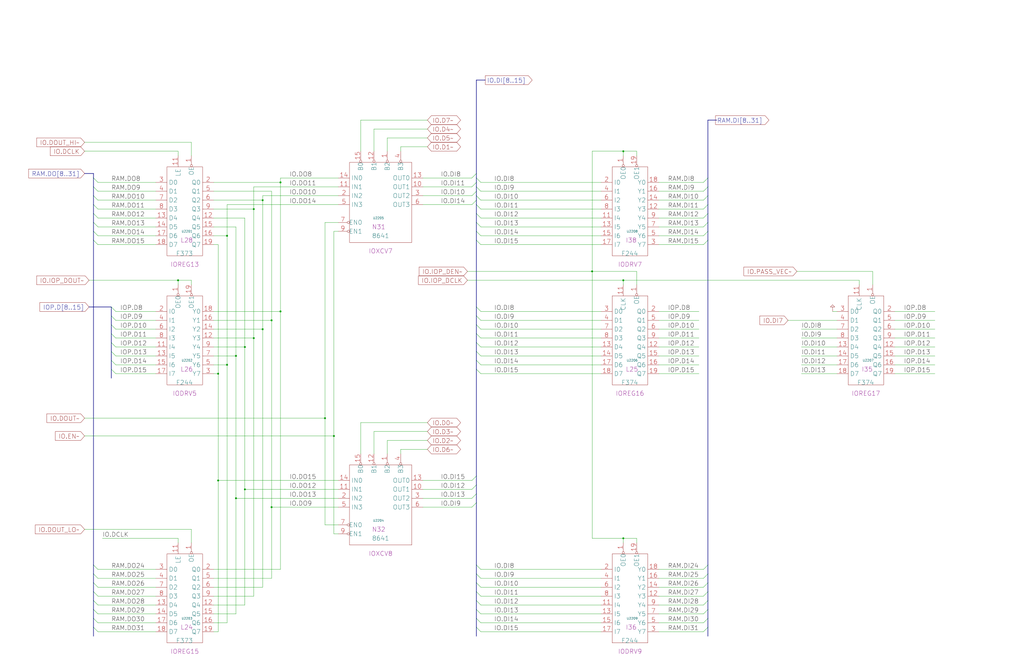
<source format=kicad_sch>
(kicad_sch (version 20230121) (generator eeschema)
  (paper "User" 584.2 378.46)
  (title_block (title "IO BUS\\nLSB DATA PATHS") (date "22-SEP-90") (rev "2.0") (comment 1 "IOC") (comment 2 "232-003061") (comment 3 "S400") (comment 4 "RELEASED"))
  (lib_symbols
    (symbol "r1000:8641" (pin_names (offset 1.016))
      (property "Reference" "U" (at 2.54 5.08 0))
      (property "Value" "8641" (at -1.27 -5.08 0))
      (property "Location" "___" (at -1.27 0 0))
      (property "Name" "______" (at 3.81 -15.24 0))
      (symbol "8641_1_1"
        (circle (center -14.605 -2.54) (radius 0.635))
        (circle (center -14.605 2.54) (radius 0.635))
        (rectangle (start -13.97 36.83) (end 21.59 -8.89))
        (circle (center -7.62 37.465) (radius 0.635))
        (circle (center 0 37.465) (radius 0.635))
        (circle (center 7.62 37.465) (radius 0.635))
        (circle (center 15.24 37.465) (radius 0.635))
        (pin bidirectional line (at 7.62 43.18 270) (length 5.08) (name "B2") (number "1"))
        (pin output line (at 27.94 22.86 180) (length 6.35) (name "OUT1") (number "10"))
        (pin input line (at -20.32 22.86 0) (length 6.35) (name "IN1") (number "11"))
        (pin bidirectional line (at 0 43.18 270) (length 5.08) (name "B1") (number "12"))
        (pin output line (at 27.94 27.94 180) (length 6.35) (name "OUT0") (number "13"))
        (pin input line (at -20.32 27.94 0) (length 6.35) (name "IN0") (number "14"))
        (pin bidirectional line (at -7.62 43.18 270) (length 5.08) (name "B0") (number "15"))
        (pin input line (at -20.32 17.78 0) (length 6.35) (name "IN2") (number "2"))
        (pin output line (at 27.94 17.78 180) (length 6.35) (name "OUT2") (number "3"))
        (pin bidirectional line (at 15.24 43.18 270) (length 5.08) (name "B3") (number "4"))
        (pin input line (at -20.32 12.7 0) (length 6.35) (name "IN3") (number "5"))
        (pin output line (at 27.94 12.7 180) (length 6.35) (name "OUT3") (number "6"))
        (pin input line (at -20.32 2.54 0) (length 5.08) (name "EN0") (number "7"))
        (pin input line (at -20.32 -2.54 0) (length 5.08) (name "EN1") (number "9"))
      )
    )
    (symbol "r1000:F244" (pin_names (offset 1.016))
      (property "Reference" "U" (at 2.54 5.08 0))
      (property "Value" "F244" (at -3.81 -7.62 0))
      (property "Location" "___" (at -1.27 0 0))
      (property "Name" "______" (at 1.27 -15.24 0))
      (symbol "F244_1_1"
        (rectangle (start -8.89 41.91) (end 11.43 -8.89))
        (circle (center -2.54 42.545) (radius 0.635))
        (circle (center 5.08 42.545) (radius 0.635))
        (pin input line (at -2.54 48.26 270) (length 5.08) (name "OE0") (number "1"))
        (pin input line (at -15.24 12.7 0) (length 6.35) (name "I4") (number "11"))
        (pin tri_state line (at 17.78 17.78 180) (length 6.35) (name "Y3") (number "12"))
        (pin input line (at -15.24 7.62 0) (length 6.35) (name "I5") (number "13"))
        (pin tri_state line (at 17.78 22.86 180) (length 6.35) (name "Y2") (number "14"))
        (pin input line (at -15.24 2.54 0) (length 6.35) (name "I6") (number "15"))
        (pin tri_state line (at 17.78 27.94 180) (length 6.35) (name "Y1") (number "16"))
        (pin input line (at -15.24 -2.54 0) (length 6.35) (name "I7") (number "17"))
        (pin tri_state line (at 17.78 33.02 180) (length 6.35) (name "Y0") (number "18"))
        (pin input line (at 5.08 48.26 270) (length 5.08) (name "OE1") (number "19"))
        (pin input line (at -15.24 33.02 0) (length 6.35) (name "I0") (number "2"))
        (pin tri_state line (at 17.78 -2.54 180) (length 6.35) (name "Y7") (number "3"))
        (pin input line (at -15.24 27.94 0) (length 6.35) (name "I1") (number "4"))
        (pin tri_state line (at 17.78 2.54 180) (length 6.35) (name "Y6") (number "5"))
        (pin input line (at -15.24 22.86 0) (length 6.35) (name "I2") (number "6"))
        (pin tri_state line (at 17.78 7.62 180) (length 6.35) (name "Y5") (number "7"))
        (pin input line (at -15.24 17.78 0) (length 6.35) (name "I3") (number "8"))
        (pin tri_state line (at 17.78 12.7 180) (length 6.35) (name "Y4") (number "9"))
      )
    )
    (symbol "r1000:F373" (pin_names (offset 1.016))
      (property "Reference" "U" (at 2.54 5.08 0))
      (property "Value" "F373" (at -3.81 -7.62 0))
      (property "Location" "___" (at -1.27 0 0))
      (property "Name" "______" (at 1.27 -15.24 0))
      (symbol "F373_1_1"
        (rectangle (start -8.89 41.91) (end 11.43 -8.89))
        (circle (center 5.08 42.545) (radius 0.635))
        (pin input line (at 5.08 48.26 270) (length 5.08) (name "OE") (number "1"))
        (pin input line (at -2.54 48.26 270) (length 6.35) (name "LE") (number "11"))
        (pin tri_state line (at 17.78 12.7 180) (length 6.35) (name "Q4") (number "12"))
        (pin input line (at -15.24 12.7 0) (length 6.35) (name "D4") (number "13"))
        (pin input line (at -15.24 7.62 0) (length 6.35) (name "D5") (number "14"))
        (pin tri_state line (at 17.78 7.62 180) (length 6.35) (name "Q5") (number "15"))
        (pin tri_state line (at 17.78 2.54 180) (length 6.35) (name "Q6") (number "16"))
        (pin input line (at -15.24 2.54 0) (length 6.35) (name "D6") (number "17"))
        (pin input line (at -15.24 -2.54 0) (length 6.35) (name "D7") (number "18"))
        (pin tri_state line (at 17.78 -2.54 180) (length 6.35) (name "Q7") (number "19"))
        (pin tri_state line (at 17.78 33.02 180) (length 6.35) (name "Q0") (number "2"))
        (pin input line (at -15.24 33.02 0) (length 6.35) (name "D0") (number "3"))
        (pin input line (at -15.24 27.94 0) (length 6.35) (name "D1") (number "4"))
        (pin tri_state line (at 17.78 27.94 180) (length 6.35) (name "Q1") (number "5"))
        (pin tri_state line (at 17.78 22.86 180) (length 6.35) (name "Q2") (number "6"))
        (pin input line (at -15.24 22.86 0) (length 6.35) (name "D2") (number "7"))
        (pin input line (at -15.24 17.78 0) (length 6.35) (name "D3") (number "8"))
        (pin tri_state line (at 17.78 17.78 180) (length 6.35) (name "Q3") (number "9"))
      )
    )
    (symbol "r1000:F374" (pin_names (offset 1.016))
      (property "Reference" "U" (at 2.54 5.08 0))
      (property "Value" "F374" (at -3.81 -7.62 0))
      (property "Location" "___" (at -1.27 0 0))
      (property "Name" "______" (at 1.27 -15.24 0))
      (symbol "F374_1_1"
        (rectangle (start -8.89 41.91) (end 11.43 -8.89))
        (circle (center 5.08 42.545) (radius 0.635))
        (pin input line (at 5.08 48.26 270) (length 5.08) (name "OE") (number "1"))
        (pin input line (at -2.54 48.26 270) (length 6.35) (name "CLK") (number "11"))
        (pin tri_state line (at 17.78 12.7 180) (length 6.35) (name "Q4") (number "12"))
        (pin input line (at -15.24 12.7 0) (length 6.35) (name "D4") (number "13"))
        (pin input line (at -15.24 7.62 0) (length 6.35) (name "D5") (number "14"))
        (pin tri_state line (at 17.78 7.62 180) (length 6.35) (name "Q5") (number "15"))
        (pin tri_state line (at 17.78 2.54 180) (length 6.35) (name "Q6") (number "16"))
        (pin input line (at -15.24 2.54 0) (length 6.35) (name "D6") (number "17"))
        (pin input line (at -15.24 -2.54 0) (length 6.35) (name "D7") (number "18"))
        (pin tri_state line (at 17.78 -2.54 180) (length 6.35) (name "Q7") (number "19"))
        (pin tri_state line (at 17.78 33.02 180) (length 6.35) (name "Q0") (number "2"))
        (pin input line (at -15.24 33.02 0) (length 6.35) (name "D0") (number "3"))
        (pin input line (at -15.24 27.94 0) (length 6.35) (name "D1") (number "4"))
        (pin tri_state line (at 17.78 27.94 180) (length 6.35) (name "Q1") (number "5"))
        (pin tri_state line (at 17.78 22.86 180) (length 6.35) (name "Q2") (number "6"))
        (pin input line (at -15.24 22.86 0) (length 6.35) (name "D2") (number "7"))
        (pin input line (at -15.24 17.78 0) (length 6.35) (name "D3") (number "8"))
        (pin tri_state line (at 17.78 17.78 180) (length 6.35) (name "Q3") (number "9"))
      )
    )
    (symbol "r1000:PU" (power) (pin_numbers hide) (pin_names hide)
      (symbol "PU_0_1"
        (polyline (pts (xy 0 2.54) (xy -1.27 2.54) (xy 0 3.81) (xy 1.27 2.54) (xy 0 2.54)) (stroke (width 0.1524)))
      )
      (symbol "PU_1_1"
        (pin power_in line (at 0 0 90) (length 2.54) (name "PU") (number "1"))
      )
    )
  )
  (junction (at 160.02 177.8))
  (junction (at 154.94 182.88))
  (junction (at 144.78 119.38))
  (junction (at 139.7 198.12))
  (junction (at 134.62 284.48))
  (junction (at 160.02 104.14))
  (junction (at 101.6 160.02))
  (junction (at 154.94 289.56))
  (junction (at 149.86 114.3))
  (junction (at 355.6 86.36))
  (junction (at 355.6 160.02))
  (junction (at 144.78 193.04))
  (junction (at 337.82 154.94))
  (junction (at 190.5 248.92))
  (junction (at 129.54 208.28))
  (junction (at 185.42 238.76))
  (junction (at 139.7 279.4))
  (junction (at 134.62 203.2))
  (junction (at 149.86 187.96))
  (junction (at 124.46 213.36))
  (junction (at 124.46 274.32))
  (junction (at 355.6 307.34))
  (junction (at 129.54 134.62))
  (bus_entry (at 53.34 121.92) (size 2.54 2.54))
  (bus_entry (at 53.34 353.06) (size 2.54 2.54))
  (bus_entry (at 271.78 114.3) (size -2.54 2.54))
  (bus_entry (at 403.86 332.74) (size -2.54 2.54))
  (bus_entry (at 53.34 347.98) (size 2.54 2.54))
  (bus_entry (at 271.78 104.14) (size -2.54 2.54))
  (bus_entry (at 271.78 106.68) (size 2.54 2.54))
  (bus_entry (at 403.86 358.14) (size -2.54 2.54))
  (bus_entry (at 403.86 127) (size -2.54 2.54))
  (bus_entry (at 403.86 342.9) (size -2.54 2.54))
  (bus_entry (at 271.78 342.9) (size 2.54 2.54))
  (bus_entry (at 271.78 353.06) (size 2.54 2.54))
  (bus_entry (at 53.34 127) (size 2.54 2.54))
  (bus_entry (at 271.78 190.5) (size 2.54 2.54))
  (bus_entry (at 63.5 210.82) (size 2.54 2.54))
  (bus_entry (at 271.78 347.98) (size 2.54 2.54))
  (bus_entry (at 271.78 175.26) (size 2.54 2.54))
  (bus_entry (at 271.78 127) (size 2.54 2.54))
  (bus_entry (at 63.5 185.42) (size 2.54 2.54))
  (bus_entry (at 53.34 101.6) (size 2.54 2.54))
  (bus_entry (at 403.86 347.98) (size -2.54 2.54))
  (bus_entry (at 53.34 137.16) (size 2.54 2.54))
  (bus_entry (at 271.78 185.42) (size 2.54 2.54))
  (bus_entry (at 53.34 111.76) (size 2.54 2.54))
  (bus_entry (at 53.34 327.66) (size 2.54 2.54))
  (bus_entry (at 63.5 195.58) (size 2.54 2.54))
  (bus_entry (at 271.78 116.84) (size 2.54 2.54))
  (bus_entry (at 403.86 106.68) (size -2.54 2.54))
  (bus_entry (at 271.78 287.02) (size -2.54 2.54))
  (bus_entry (at 63.5 200.66) (size 2.54 2.54))
  (bus_entry (at 271.78 337.82) (size 2.54 2.54))
  (bus_entry (at 271.78 332.74) (size 2.54 2.54))
  (bus_entry (at 53.34 132.08) (size 2.54 2.54))
  (bus_entry (at 403.86 327.66) (size -2.54 2.54))
  (bus_entry (at 63.5 205.74) (size 2.54 2.54))
  (bus_entry (at 403.86 111.76) (size -2.54 2.54))
  (bus_entry (at 403.86 337.82) (size -2.54 2.54))
  (bus_entry (at 271.78 200.66) (size 2.54 2.54))
  (bus_entry (at 271.78 205.74) (size 2.54 2.54))
  (bus_entry (at 53.34 332.74) (size 2.54 2.54))
  (bus_entry (at 271.78 121.92) (size 2.54 2.54))
  (bus_entry (at 271.78 99.06) (size -2.54 2.54))
  (bus_entry (at 271.78 271.78) (size -2.54 2.54))
  (bus_entry (at 271.78 322.58) (size 2.54 2.54))
  (bus_entry (at 271.78 210.82) (size 2.54 2.54))
  (bus_entry (at 271.78 132.08) (size 2.54 2.54))
  (bus_entry (at 403.86 322.58) (size -2.54 2.54))
  (bus_entry (at 63.5 190.5) (size 2.54 2.54))
  (bus_entry (at 271.78 358.14) (size 2.54 2.54))
  (bus_entry (at 63.5 180.34) (size 2.54 2.54))
  (bus_entry (at 271.78 109.22) (size -2.54 2.54))
  (bus_entry (at 403.86 137.16) (size -2.54 2.54))
  (bus_entry (at 271.78 276.86) (size -2.54 2.54))
  (bus_entry (at 53.34 116.84) (size 2.54 2.54))
  (bus_entry (at 271.78 195.58) (size 2.54 2.54))
  (bus_entry (at 271.78 327.66) (size 2.54 2.54))
  (bus_entry (at 403.86 116.84) (size -2.54 2.54))
  (bus_entry (at 271.78 281.94) (size -2.54 2.54))
  (bus_entry (at 53.34 322.58) (size 2.54 2.54))
  (bus_entry (at 53.34 337.82) (size 2.54 2.54))
  (bus_entry (at 403.86 101.6) (size -2.54 2.54))
  (bus_entry (at 271.78 180.34) (size 2.54 2.54))
  (bus_entry (at 271.78 137.16) (size 2.54 2.54))
  (bus_entry (at 53.34 106.68) (size 2.54 2.54))
  (bus_entry (at 271.78 101.6) (size 2.54 2.54))
  (bus_entry (at 63.5 175.26) (size 2.54 2.54))
  (bus_entry (at 403.86 132.08) (size -2.54 2.54))
  (bus_entry (at 403.86 353.06) (size -2.54 2.54))
  (bus_entry (at 53.34 342.9) (size 2.54 2.54))
  (bus_entry (at 403.86 121.92) (size -2.54 2.54))
  (bus_entry (at 271.78 111.76) (size 2.54 2.54))
  (bus_entry (at 53.34 358.14) (size 2.54 2.54))
  (wire (pts (xy 337.82 154.94) (xy 337.82 307.34)))
  (wire (pts (xy 457.2 187.96) (xy 477.52 187.96)))
  (bus (pts (xy 403.86 358.14) (xy 403.86 363.22)))
  (bus (pts (xy 271.78 322.58) (xy 271.78 327.66)))
  (wire (pts (xy 274.32 187.96) (xy 342.9 187.96)))
  (wire (pts (xy 510.54 208.28) (xy 533.4 208.28)))
  (wire (pts (xy 66.04 198.12) (xy 88.9 198.12)))
  (bus (pts (xy 271.78 287.02) (xy 271.78 322.58)))
  (wire (pts (xy 55.88 139.7) (xy 88.9 139.7)))
  (bus (pts (xy 271.78 99.06) (xy 271.78 101.6)))
  (wire (pts (xy 55.88 129.54) (xy 88.9 129.54)))
  (wire (pts (xy 55.88 109.22) (xy 88.9 109.22)))
  (wire (pts (xy 66.04 187.96) (xy 88.9 187.96)))
  (bus (pts (xy 403.86 322.58) (xy 403.86 327.66)))
  (bus (pts (xy 53.34 127) (xy 53.34 132.08)))
  (wire (pts (xy 510.54 203.2) (xy 533.4 203.2)))
  (bus (pts (xy 53.34 337.82) (xy 53.34 342.9)))
  (bus (pts (xy 403.86 121.92) (xy 403.86 127)))
  (wire (pts (xy 121.92 114.3) (xy 149.86 114.3)))
  (wire (pts (xy 149.86 187.96) (xy 149.86 335.28)))
  (bus (pts (xy 53.34 132.08) (xy 53.34 137.16)))
  (wire (pts (xy 375.92 104.14) (xy 401.32 104.14)))
  (wire (pts (xy 55.88 350.52) (xy 88.9 350.52)))
  (wire (pts (xy 375.92 350.52) (xy 401.32 350.52)))
  (wire (pts (xy 497.84 154.94) (xy 497.84 162.56)))
  (bus (pts (xy 403.86 353.06) (xy 403.86 358.14)))
  (wire (pts (xy 121.92 182.88) (xy 154.94 182.88)))
  (bus (pts (xy 53.34 106.68) (xy 53.34 111.76)))
  (bus (pts (xy 271.78 137.16) (xy 271.78 175.26)))
  (wire (pts (xy 55.88 360.68) (xy 88.9 360.68)))
  (wire (pts (xy 274.32 325.12) (xy 342.9 325.12)))
  (wire (pts (xy 190.5 132.08) (xy 193.04 132.08)))
  (bus (pts (xy 271.78 190.5) (xy 271.78 195.58)))
  (wire (pts (xy 55.88 325.12) (xy 88.9 325.12)))
  (bus (pts (xy 63.5 210.82) (xy 63.5 215.9)))
  (bus (pts (xy 53.34 101.6) (xy 53.34 106.68)))
  (wire (pts (xy 190.5 248.92) (xy 190.5 304.8)))
  (wire (pts (xy 337.82 307.34) (xy 355.6 307.34)))
  (wire (pts (xy 66.04 193.04) (xy 88.9 193.04)))
  (wire (pts (xy 121.92 340.36) (xy 144.78 340.36)))
  (wire (pts (xy 375.92 355.6) (xy 401.32 355.6)))
  (wire (pts (xy 160.02 325.12) (xy 121.92 325.12)))
  (wire (pts (xy 363.22 154.94) (xy 363.22 162.56)))
  (wire (pts (xy 363.22 307.34) (xy 363.22 309.88)))
  (bus (pts (xy 271.78 111.76) (xy 271.78 114.3)))
  (wire (pts (xy 121.92 177.8) (xy 160.02 177.8)))
  (wire (pts (xy 274.32 104.14) (xy 342.9 104.14)))
  (bus (pts (xy 53.34 347.98) (xy 53.34 353.06)))
  (bus (pts (xy 403.86 337.82) (xy 403.86 342.9)))
  (wire (pts (xy 160.02 177.8) (xy 160.02 325.12)))
  (wire (pts (xy 134.62 203.2) (xy 134.62 129.54)))
  (wire (pts (xy 375.92 109.22) (xy 401.32 109.22)))
  (wire (pts (xy 121.92 203.2) (xy 134.62 203.2)))
  (bus (pts (xy 403.86 106.68) (xy 403.86 111.76)))
  (bus (pts (xy 271.78 281.94) (xy 271.78 287.02)))
  (wire (pts (xy 274.32 340.36) (xy 342.9 340.36)))
  (wire (pts (xy 457.2 198.12) (xy 477.52 198.12)))
  (bus (pts (xy 271.78 116.84) (xy 271.78 121.92)))
  (wire (pts (xy 274.32 198.12) (xy 342.9 198.12)))
  (wire (pts (xy 274.32 208.28) (xy 342.9 208.28)))
  (bus (pts (xy 63.5 200.66) (xy 63.5 205.74)))
  (wire (pts (xy 375.92 345.44) (xy 401.32 345.44)))
  (wire (pts (xy 205.74 68.58) (xy 243.84 68.58)))
  (bus (pts (xy 403.86 332.74) (xy 403.86 337.82)))
  (bus (pts (xy 53.34 121.92) (xy 53.34 127)))
  (bus (pts (xy 53.34 322.58) (xy 53.34 327.66)))
  (wire (pts (xy 121.92 193.04) (xy 144.78 193.04)))
  (bus (pts (xy 271.78 175.26) (xy 271.78 180.34)))
  (wire (pts (xy 274.32 330.2) (xy 342.9 330.2)))
  (wire (pts (xy 375.92 340.36) (xy 401.32 340.36)))
  (bus (pts (xy 403.86 137.16) (xy 403.86 322.58)))
  (wire (pts (xy 274.32 193.04) (xy 342.9 193.04)))
  (wire (pts (xy 205.74 241.3) (xy 205.74 259.08)))
  (wire (pts (xy 101.6 307.34) (xy 101.6 309.88)))
  (wire (pts (xy 274.32 355.6) (xy 342.9 355.6)))
  (wire (pts (xy 274.32 109.22) (xy 342.9 109.22)))
  (bus (pts (xy 271.78 353.06) (xy 271.78 358.14)))
  (wire (pts (xy 193.04 106.68) (xy 144.78 106.68)))
  (wire (pts (xy 457.2 213.36) (xy 477.52 213.36)))
  (wire (pts (xy 144.78 106.68) (xy 144.78 119.38)))
  (bus (pts (xy 271.78 114.3) (xy 271.78 116.84)))
  (wire (pts (xy 55.88 119.38) (xy 88.9 119.38)))
  (wire (pts (xy 48.26 81.28) (xy 109.22 81.28)))
  (wire (pts (xy 121.92 104.14) (xy 160.02 104.14)))
  (wire (pts (xy 510.54 198.12) (xy 533.4 198.12)))
  (wire (pts (xy 121.92 213.36) (xy 124.46 213.36)))
  (wire (pts (xy 48.26 302.26) (xy 109.22 302.26)))
  (wire (pts (xy 241.3 111.76) (xy 269.24 111.76)))
  (wire (pts (xy 228.6 256.54) (xy 243.84 256.54)))
  (bus (pts (xy 48.26 99.06) (xy 53.34 99.06)))
  (wire (pts (xy 274.32 345.44) (xy 342.9 345.44)))
  (wire (pts (xy 355.6 307.34) (xy 355.6 309.88)))
  (wire (pts (xy 124.46 274.32) (xy 193.04 274.32)))
  (wire (pts (xy 375.92 335.28) (xy 401.32 335.28)))
  (bus (pts (xy 63.5 185.42) (xy 63.5 190.5)))
  (bus (pts (xy 271.78 185.42) (xy 271.78 190.5)))
  (wire (pts (xy 193.04 116.84) (xy 129.54 116.84)))
  (wire (pts (xy 274.32 134.62) (xy 342.9 134.62)))
  (bus (pts (xy 53.34 137.16) (xy 53.34 322.58)))
  (wire (pts (xy 375.92 193.04) (xy 398.78 193.04)))
  (wire (pts (xy 55.88 355.6) (xy 88.9 355.6)))
  (wire (pts (xy 121.92 198.12) (xy 139.7 198.12)))
  (wire (pts (xy 213.36 246.38) (xy 243.84 246.38)))
  (wire (pts (xy 274.32 119.38) (xy 342.9 119.38)))
  (wire (pts (xy 154.94 289.56) (xy 193.04 289.56)))
  (wire (pts (xy 154.94 182.88) (xy 154.94 109.22)))
  (wire (pts (xy 243.84 251.46) (xy 220.98 251.46)))
  (wire (pts (xy 144.78 193.04) (xy 144.78 119.38)))
  (wire (pts (xy 66.04 177.8) (xy 88.9 177.8)))
  (wire (pts (xy 510.54 193.04) (xy 533.4 193.04)))
  (bus (pts (xy 403.86 342.9) (xy 403.86 347.98)))
  (bus (pts (xy 271.78 332.74) (xy 271.78 337.82)))
  (bus (pts (xy 271.78 121.92) (xy 271.78 127)))
  (wire (pts (xy 337.82 154.94) (xy 363.22 154.94)))
  (wire (pts (xy 134.62 284.48) (xy 134.62 203.2)))
  (wire (pts (xy 149.86 335.28) (xy 121.92 335.28)))
  (bus (pts (xy 271.78 358.14) (xy 271.78 363.22)))
  (wire (pts (xy 66.04 182.88) (xy 88.9 182.88)))
  (bus (pts (xy 271.78 45.72) (xy 271.78 99.06)))
  (wire (pts (xy 241.3 279.4) (xy 269.24 279.4)))
  (wire (pts (xy 139.7 124.46) (xy 139.7 198.12)))
  (bus (pts (xy 271.78 271.78) (xy 271.78 276.86)))
  (wire (pts (xy 144.78 119.38) (xy 121.92 119.38)))
  (wire (pts (xy 355.6 160.02) (xy 490.22 160.02)))
  (bus (pts (xy 403.86 116.84) (xy 403.86 121.92)))
  (wire (pts (xy 274.32 350.52) (xy 342.9 350.52)))
  (wire (pts (xy 139.7 198.12) (xy 139.7 279.4)))
  (wire (pts (xy 129.54 355.6) (xy 121.92 355.6)))
  (wire (pts (xy 243.84 241.3) (xy 205.74 241.3)))
  (wire (pts (xy 101.6 160.02) (xy 109.22 160.02)))
  (bus (pts (xy 50.8 175.26) (xy 63.5 175.26)))
  (wire (pts (xy 274.32 129.54) (xy 342.9 129.54)))
  (bus (pts (xy 271.78 276.86) (xy 271.78 281.94)))
  (wire (pts (xy 55.88 345.44) (xy 88.9 345.44)))
  (bus (pts (xy 271.78 109.22) (xy 271.78 111.76)))
  (wire (pts (xy 274.32 124.46) (xy 342.9 124.46)))
  (bus (pts (xy 63.5 190.5) (xy 63.5 195.58)))
  (wire (pts (xy 139.7 345.44) (xy 121.92 345.44)))
  (bus (pts (xy 53.34 111.76) (xy 53.34 116.84)))
  (bus (pts (xy 403.86 111.76) (xy 403.86 116.84)))
  (wire (pts (xy 109.22 302.26) (xy 109.22 309.88)))
  (wire (pts (xy 121.92 187.96) (xy 149.86 187.96)))
  (wire (pts (xy 205.74 86.36) (xy 205.74 68.58)))
  (wire (pts (xy 55.88 340.36) (xy 88.9 340.36)))
  (wire (pts (xy 457.2 193.04) (xy 477.52 193.04)))
  (wire (pts (xy 241.3 101.6) (xy 269.24 101.6)))
  (bus (pts (xy 271.78 210.82) (xy 271.78 271.78)))
  (wire (pts (xy 121.92 124.46) (xy 139.7 124.46)))
  (wire (pts (xy 457.2 203.2) (xy 477.52 203.2)))
  (wire (pts (xy 149.86 111.76) (xy 149.86 114.3)))
  (wire (pts (xy 55.88 330.2) (xy 88.9 330.2)))
  (bus (pts (xy 63.5 195.58) (xy 63.5 200.66)))
  (wire (pts (xy 375.92 360.68) (xy 401.32 360.68)))
  (wire (pts (xy 124.46 274.32) (xy 124.46 213.36)))
  (wire (pts (xy 274.32 213.36) (xy 342.9 213.36)))
  (bus (pts (xy 271.78 180.34) (xy 271.78 185.42)))
  (wire (pts (xy 121.92 350.52) (xy 134.62 350.52)))
  (wire (pts (xy 449.58 182.88) (xy 477.52 182.88)))
  (bus (pts (xy 271.78 347.98) (xy 271.78 353.06)))
  (wire (pts (xy 55.88 335.28) (xy 88.9 335.28)))
  (wire (pts (xy 274.32 335.28) (xy 342.9 335.28)))
  (wire (pts (xy 160.02 104.14) (xy 160.02 177.8)))
  (bus (pts (xy 271.78 127) (xy 271.78 132.08)))
  (wire (pts (xy 375.92 119.38) (xy 401.32 119.38)))
  (wire (pts (xy 50.8 160.02) (xy 101.6 160.02)))
  (wire (pts (xy 241.3 289.56) (xy 269.24 289.56)))
  (wire (pts (xy 213.36 73.66) (xy 213.36 86.36)))
  (wire (pts (xy 454.66 154.94) (xy 497.84 154.94)))
  (bus (pts (xy 53.34 358.14) (xy 53.34 363.22)))
  (wire (pts (xy 375.92 139.7) (xy 401.32 139.7)))
  (wire (pts (xy 121.92 360.68) (xy 124.46 360.68)))
  (bus (pts (xy 53.34 116.84) (xy 53.34 121.92)))
  (wire (pts (xy 134.62 284.48) (xy 193.04 284.48)))
  (wire (pts (xy 375.92 198.12) (xy 398.78 198.12)))
  (bus (pts (xy 271.78 337.82) (xy 271.78 342.9)))
  (wire (pts (xy 66.04 213.36) (xy 88.9 213.36)))
  (wire (pts (xy 160.02 101.6) (xy 160.02 104.14)))
  (bus (pts (xy 271.78 104.14) (xy 271.78 106.68)))
  (bus (pts (xy 271.78 195.58) (xy 271.78 200.66)))
  (wire (pts (xy 101.6 160.02) (xy 101.6 162.56)))
  (wire (pts (xy 355.6 160.02) (xy 355.6 162.56)))
  (bus (pts (xy 53.34 353.06) (xy 53.34 358.14)))
  (wire (pts (xy 474.98 177.8) (xy 477.52 177.8)))
  (wire (pts (xy 134.62 129.54) (xy 121.92 129.54)))
  (wire (pts (xy 134.62 350.52) (xy 134.62 284.48)))
  (wire (pts (xy 220.98 251.46) (xy 220.98 259.08)))
  (wire (pts (xy 213.36 259.08) (xy 213.36 246.38)))
  (bus (pts (xy 271.78 342.9) (xy 271.78 347.98)))
  (bus (pts (xy 53.34 327.66) (xy 53.34 332.74)))
  (wire (pts (xy 55.88 114.3) (xy 88.9 114.3)))
  (wire (pts (xy 375.92 177.8) (xy 398.78 177.8)))
  (bus (pts (xy 403.86 68.58) (xy 408.94 68.58)))
  (wire (pts (xy 375.92 129.54) (xy 401.32 129.54)))
  (wire (pts (xy 510.54 213.36) (xy 533.4 213.36)))
  (wire (pts (xy 185.42 238.76) (xy 185.42 127)))
  (wire (pts (xy 490.22 160.02) (xy 490.22 162.56)))
  (wire (pts (xy 124.46 213.36) (xy 124.46 139.7)))
  (wire (pts (xy 220.98 86.36) (xy 220.98 78.74)))
  (wire (pts (xy 66.04 203.2) (xy 88.9 203.2)))
  (bus (pts (xy 403.86 127) (xy 403.86 132.08)))
  (wire (pts (xy 241.3 284.48) (xy 269.24 284.48)))
  (wire (pts (xy 241.3 116.84) (xy 269.24 116.84)))
  (wire (pts (xy 337.82 86.36) (xy 355.6 86.36)))
  (bus (pts (xy 63.5 205.74) (xy 63.5 210.82)))
  (bus (pts (xy 271.78 101.6) (xy 271.78 104.14)))
  (wire (pts (xy 139.7 279.4) (xy 193.04 279.4)))
  (bus (pts (xy 403.86 347.98) (xy 403.86 353.06)))
  (wire (pts (xy 266.7 160.02) (xy 355.6 160.02)))
  (wire (pts (xy 154.94 109.22) (xy 121.92 109.22)))
  (bus (pts (xy 276.86 45.72) (xy 271.78 45.72)))
  (bus (pts (xy 271.78 106.68) (xy 271.78 109.22)))
  (wire (pts (xy 337.82 154.94) (xy 337.82 86.36)))
  (wire (pts (xy 375.92 124.46) (xy 401.32 124.46)))
  (wire (pts (xy 228.6 259.08) (xy 228.6 256.54)))
  (wire (pts (xy 139.7 279.4) (xy 139.7 345.44)))
  (wire (pts (xy 375.92 187.96) (xy 398.78 187.96)))
  (wire (pts (xy 101.6 86.36) (xy 101.6 88.9)))
  (wire (pts (xy 109.22 160.02) (xy 109.22 162.56)))
  (wire (pts (xy 190.5 304.8) (xy 193.04 304.8)))
  (wire (pts (xy 185.42 238.76) (xy 185.42 299.72)))
  (wire (pts (xy 121.92 134.62) (xy 129.54 134.62)))
  (wire (pts (xy 375.92 208.28) (xy 398.78 208.28)))
  (bus (pts (xy 63.5 180.34) (xy 63.5 185.42)))
  (bus (pts (xy 271.78 205.74) (xy 271.78 210.82)))
  (wire (pts (xy 241.3 106.68) (xy 269.24 106.68)))
  (wire (pts (xy 48.26 248.92) (xy 190.5 248.92)))
  (bus (pts (xy 403.86 101.6) (xy 403.86 106.68)))
  (wire (pts (xy 48.26 86.36) (xy 101.6 86.36)))
  (wire (pts (xy 274.32 114.3) (xy 342.9 114.3)))
  (wire (pts (xy 510.54 187.96) (xy 533.4 187.96)))
  (wire (pts (xy 129.54 116.84) (xy 129.54 134.62)))
  (wire (pts (xy 48.26 238.76) (xy 185.42 238.76)))
  (wire (pts (xy 121.92 330.2) (xy 154.94 330.2)))
  (bus (pts (xy 403.86 132.08) (xy 403.86 137.16)))
  (wire (pts (xy 55.88 134.62) (xy 88.9 134.62)))
  (wire (pts (xy 375.92 203.2) (xy 398.78 203.2)))
  (wire (pts (xy 243.84 83.82) (xy 228.6 83.82)))
  (wire (pts (xy 220.98 78.74) (xy 243.84 78.74)))
  (wire (pts (xy 154.94 330.2) (xy 154.94 289.56)))
  (wire (pts (xy 274.32 182.88) (xy 342.9 182.88)))
  (wire (pts (xy 510.54 182.88) (xy 533.4 182.88)))
  (wire (pts (xy 375.92 134.62) (xy 401.32 134.62)))
  (bus (pts (xy 53.34 99.06) (xy 53.34 101.6)))
  (wire (pts (xy 266.7 154.94) (xy 337.82 154.94)))
  (bus (pts (xy 403.86 68.58) (xy 403.86 101.6)))
  (wire (pts (xy 243.84 73.66) (xy 213.36 73.66)))
  (wire (pts (xy 457.2 208.28) (xy 477.52 208.28)))
  (wire (pts (xy 510.54 177.8) (xy 533.4 177.8)))
  (wire (pts (xy 129.54 134.62) (xy 129.54 208.28)))
  (bus (pts (xy 271.78 200.66) (xy 271.78 205.74)))
  (wire (pts (xy 129.54 208.28) (xy 129.54 355.6)))
  (wire (pts (xy 375.92 213.36) (xy 398.78 213.36)))
  (wire (pts (xy 66.04 208.28) (xy 88.9 208.28)))
  (wire (pts (xy 241.3 274.32) (xy 269.24 274.32)))
  (wire (pts (xy 375.92 330.2) (xy 401.32 330.2)))
  (bus (pts (xy 271.78 327.66) (xy 271.78 332.74)))
  (wire (pts (xy 228.6 83.82) (xy 228.6 86.36)))
  (bus (pts (xy 271.78 132.08) (xy 271.78 137.16)))
  (wire (pts (xy 154.94 289.56) (xy 154.94 182.88)))
  (wire (pts (xy 124.46 139.7) (xy 121.92 139.7)))
  (bus (pts (xy 63.5 175.26) (xy 63.5 180.34)))
  (wire (pts (xy 193.04 101.6) (xy 160.02 101.6)))
  (bus (pts (xy 403.86 327.66) (xy 403.86 332.74)))
  (wire (pts (xy 363.22 86.36) (xy 363.22 88.9)))
  (wire (pts (xy 375.92 325.12) (xy 401.32 325.12)))
  (wire (pts (xy 375.92 114.3) (xy 401.32 114.3)))
  (wire (pts (xy 149.86 114.3) (xy 149.86 187.96)))
  (wire (pts (xy 190.5 248.92) (xy 190.5 132.08)))
  (wire (pts (xy 274.32 203.2) (xy 342.9 203.2)))
  (wire (pts (xy 124.46 360.68) (xy 124.46 274.32)))
  (wire (pts (xy 375.92 182.88) (xy 398.78 182.88)))
  (wire (pts (xy 274.32 139.7) (xy 342.9 139.7)))
  (wire (pts (xy 55.88 124.46) (xy 88.9 124.46)))
  (wire (pts (xy 355.6 307.34) (xy 363.22 307.34)))
  (wire (pts (xy 274.32 360.68) (xy 342.9 360.68)))
  (bus (pts (xy 53.34 332.74) (xy 53.34 337.82)))
  (wire (pts (xy 58.42 307.34) (xy 101.6 307.34)))
  (wire (pts (xy 55.88 104.14) (xy 88.9 104.14)))
  (wire (pts (xy 109.22 81.28) (xy 109.22 88.9)))
  (wire (pts (xy 355.6 86.36) (xy 363.22 86.36)))
  (wire (pts (xy 121.92 208.28) (xy 129.54 208.28)))
  (wire (pts (xy 355.6 86.36) (xy 355.6 88.9)))
  (wire (pts (xy 144.78 340.36) (xy 144.78 193.04)))
  (wire (pts (xy 185.42 299.72) (xy 193.04 299.72)))
  (bus (pts (xy 53.34 342.9) (xy 53.34 347.98)))
  (wire (pts (xy 274.32 177.8) (xy 342.9 177.8)))
  (wire (pts (xy 193.04 111.76) (xy 149.86 111.76)))
  (wire (pts (xy 185.42 127) (xy 193.04 127)))
  (label "IOP.D12" (at 515.62 198.12 0) (effects (font (size 2.54 2.54))))
  (label "IO.DI8" (at 281.94 177.8 0) (effects (font (size 2.54 2.54))))
  (label "RAM.DI10" (at 381 114.3 0) (effects (font (size 2.54 2.54))))
  (label "IOP.D9" (at 515.62 182.88 0) (effects (font (size 2.54 2.54))))
  (label "IO.DI15" (at 281.94 213.36 0) (effects (font (size 2.54 2.54))))
  (label "RAM.DI27" (at 381 340.36 0) (effects (font (size 2.54 2.54))))
  (label "RAM.DI14" (at 381 134.62 0) (effects (font (size 2.54 2.54))))
  (label "RAM.DO24" (at 63.5 325.12 0) (effects (font (size 2.54 2.54))))
  (label "IO.DO8" (at 165.1 101.6 0) (effects (font (size 2.54 2.54))))
  (label "IOP.D9" (at 68.58 182.88 0) (effects (font (size 2.54 2.54))))
  (label "RAM.DI30" (at 381 355.6 0) (effects (font (size 2.54 2.54))))
  (label "RAM.DO28" (at 63.5 345.44 0) (effects (font (size 2.54 2.54))))
  (label "IOP.D11" (at 515.62 193.04 0) (effects (font (size 2.54 2.54))))
  (label "RAM.DO31" (at 63.5 360.68 0) (effects (font (size 2.54 2.54))))
  (label "RAM.DO10" (at 63.5 114.3 0) (effects (font (size 2.54 2.54))))
  (label "IOP.D10" (at 381 187.96 0) (effects (font (size 2.54 2.54))))
  (label "IO.DO15" (at 165.1 274.32 0) (effects (font (size 2.54 2.54))))
  (label "IO.DI11" (at 281.94 119.38 0) (effects (font (size 2.54 2.54))))
  (label "IO.DI12" (at 281.94 198.12 0) (effects (font (size 2.54 2.54))))
  (label "RAM.DO13" (at 63.5 129.54 0) (effects (font (size 2.54 2.54))))
  (label "IOP.D10" (at 68.58 187.96 0) (effects (font (size 2.54 2.54))))
  (label "IOP.D11" (at 68.58 193.04 0) (effects (font (size 2.54 2.54))))
  (label "IOP.D8" (at 515.62 177.8 0) (effects (font (size 2.54 2.54))))
  (label "RAM.DI25" (at 381 330.2 0) (effects (font (size 2.54 2.54))))
  (label "IO.DI13" (at 457.2 213.36 0) (effects (font (size 2.54 2.54))))
  (label "IO.DI13" (at 251.46 284.48 0) (effects (font (size 2.54 2.54))))
  (label "IOP.D10" (at 515.62 187.96 0) (effects (font (size 2.54 2.54))))
  (label "IO.DI11" (at 457.2 203.2 0) (effects (font (size 2.54 2.54))))
  (label "IO.DI15" (at 251.46 274.32 0) (effects (font (size 2.54 2.54))))
  (label "RAM.DO25" (at 63.5 330.2 0) (effects (font (size 2.54 2.54))))
  (label "RAM.DO30" (at 63.5 355.6 0) (effects (font (size 2.54 2.54))))
  (label "IO.DI13" (at 281.94 203.2 0) (effects (font (size 2.54 2.54))))
  (label "RAM.DI13" (at 381 129.54 0) (effects (font (size 2.54 2.54))))
  (label "RAM.DI9" (at 381 109.22 0) (effects (font (size 2.54 2.54))))
  (label "IO.DI11" (at 281.94 340.36 0) (effects (font (size 2.54 2.54))))
  (label "IO.DI9" (at 281.94 109.22 0) (effects (font (size 2.54 2.54))))
  (label "IO.DI8" (at 281.94 325.12 0) (effects (font (size 2.54 2.54))))
  (label "IO.DO12" (at 165.1 279.4 0) (effects (font (size 2.54 2.54))))
  (label "IOP.D15" (at 515.62 213.36 0) (effects (font (size 2.54 2.54))))
  (label "RAM.DO26" (at 63.5 335.28 0) (effects (font (size 2.54 2.54))))
  (label "IO.DI13" (at 281.94 350.52 0) (effects (font (size 2.54 2.54))))
  (label "IOP.D14" (at 68.58 208.28 0) (effects (font (size 2.54 2.54))))
  (label "IO.DI9" (at 251.46 289.56 0) (effects (font (size 2.54 2.54))))
  (label "RAM.DO12" (at 63.5 124.46 0) (effects (font (size 2.54 2.54))))
  (label "IO.DCLK" (at 58.42 307.34 0) (effects (font (size 2.54 2.54))))
  (label "IOP.D13" (at 515.62 203.2 0) (effects (font (size 2.54 2.54))))
  (label "RAM.DI24" (at 381 325.12 0) (effects (font (size 2.54 2.54))))
  (label "IO.DO10" (at 165.1 111.76 0) (effects (font (size 2.54 2.54))))
  (label "IO.DI9" (at 281.94 182.88 0) (effects (font (size 2.54 2.54))))
  (label "IOP.D12" (at 68.58 198.12 0) (effects (font (size 2.54 2.54))))
  (label "IOP.D14" (at 515.62 208.28 0) (effects (font (size 2.54 2.54))))
  (label "RAM.DI15" (at 381 139.7 0) (effects (font (size 2.54 2.54))))
  (label "IO.DI14" (at 281.94 134.62 0) (effects (font (size 2.54 2.54))))
  (label "IO.DI8" (at 281.94 104.14 0) (effects (font (size 2.54 2.54))))
  (label "RAM.DI29" (at 381 350.52 0) (effects (font (size 2.54 2.54))))
  (label "IO.DI12" (at 281.94 124.46 0) (effects (font (size 2.54 2.54))))
  (label "RAM.DI12" (at 381 124.46 0) (effects (font (size 2.54 2.54))))
  (label "IO.DI10" (at 281.94 114.3 0) (effects (font (size 2.54 2.54))))
  (label "RAM.DO15" (at 63.5 139.7 0) (effects (font (size 2.54 2.54))))
  (label "RAM.DI28" (at 381 345.44 0) (effects (font (size 2.54 2.54))))
  (label "IOP.D13" (at 381 203.2 0) (effects (font (size 2.54 2.54))))
  (label "IO.DI12" (at 281.94 345.44 0) (effects (font (size 2.54 2.54))))
  (label "IO.DO14" (at 165.1 116.84 0) (effects (font (size 2.54 2.54))))
  (label "IO.DI8" (at 251.46 101.6 0) (effects (font (size 2.54 2.54))))
  (label "IO.DI14" (at 281.94 355.6 0) (effects (font (size 2.54 2.54))))
  (label "IOP.D12" (at 381 198.12 0) (effects (font (size 2.54 2.54))))
  (label "RAM.DO11" (at 63.5 119.38 0) (effects (font (size 2.54 2.54))))
  (label "IO.DI12" (at 251.46 279.4 0) (effects (font (size 2.54 2.54))))
  (label "RAM.DO14" (at 63.5 134.62 0) (effects (font (size 2.54 2.54))))
  (label "IO.DI14" (at 251.46 116.84 0) (effects (font (size 2.54 2.54))))
  (label "IO.DI9" (at 281.94 330.2 0) (effects (font (size 2.54 2.54))))
  (label "IOP.D8" (at 381 177.8 0) (effects (font (size 2.54 2.54))))
  (label "RAM.DI11" (at 381 119.38 0) (effects (font (size 2.54 2.54))))
  (label "IO.DI11" (at 251.46 106.68 0) (effects (font (size 2.54 2.54))))
  (label "IO.DI13" (at 281.94 129.54 0) (effects (font (size 2.54 2.54))))
  (label "IOP.D13" (at 68.58 203.2 0) (effects (font (size 2.54 2.54))))
  (label "RAM.DO9" (at 63.5 109.22 0) (effects (font (size 2.54 2.54))))
  (label "RAM.DI26" (at 381 335.28 0) (effects (font (size 2.54 2.54))))
  (label "RAM.DO29" (at 63.5 350.52 0) (effects (font (size 2.54 2.54))))
  (label "IO.DI11" (at 281.94 193.04 0) (effects (font (size 2.54 2.54))))
  (label "IO.DI10" (at 457.2 198.12 0) (effects (font (size 2.54 2.54))))
  (label "IO.DI10" (at 281.94 187.96 0) (effects (font (size 2.54 2.54))))
  (label "IOP.D15" (at 381 213.36 0) (effects (font (size 2.54 2.54))))
  (label "IOP.D8" (at 68.58 177.8 0) (effects (font (size 2.54 2.54))))
  (label "IO.DI8" (at 457.2 187.96 0) (effects (font (size 2.54 2.54))))
  (label "IO.DI12" (at 457.2 208.28 0) (effects (font (size 2.54 2.54))))
  (label "IO.DI15" (at 281.94 360.68 0) (effects (font (size 2.54 2.54))))
  (label "IO.DI10" (at 251.46 111.76 0) (effects (font (size 2.54 2.54))))
  (label "IO.DI9" (at 457.2 193.04 0) (effects (font (size 2.54 2.54))))
  (label "IO.DO11" (at 165.1 106.68 0) (effects (font (size 2.54 2.54))))
  (label "RAM.DI31" (at 381 360.68 0) (effects (font (size 2.54 2.54))))
  (label "IOP.D15" (at 68.58 213.36 0) (effects (font (size 2.54 2.54))))
  (label "IO.DO9" (at 165.1 289.56 0) (effects (font (size 2.54 2.54))))
  (label "IO.DI15" (at 281.94 139.7 0) (effects (font (size 2.54 2.54))))
  (label "IO.DI14" (at 281.94 208.28 0) (effects (font (size 2.54 2.54))))
  (label "IOP.D14" (at 381 208.28 0) (effects (font (size 2.54 2.54))))
  (label "IOP.D11" (at 381 193.04 0) (effects (font (size 2.54 2.54))))
  (label "RAM.DO8" (at 63.5 104.14 0) (effects (font (size 2.54 2.54))))
  (label "IO.DI10" (at 281.94 335.28 0) (effects (font (size 2.54 2.54))))
  (label "RAM.DO27" (at 63.5 340.36 0) (effects (font (size 2.54 2.54))))
  (label "IOP.D9" (at 381 182.88 0) (effects (font (size 2.54 2.54))))
  (label "IO.DO13" (at 165.1 284.48 0) (effects (font (size 2.54 2.54))))
  (label "RAM.DI8" (at 381 104.14 0) (effects (font (size 2.54 2.54))))
  (global_label "IO.DOUT_LO~" (shape input) (at 48.26 302.26 180) (effects (font (size 2.54 2.54))) (property "Intersheetrefs" "${INTERSHEET_REFS}" (at 19.7092 302.1013 0) (effects (font (size 1.905 1.905)) (justify right))))
  (global_label "RAM.DO[8..31]" (shape input) (at 48.26 99.06 180) (effects (font (size 2.54 2.54))) (property "Intersheetrefs" "${INTERSHEET_REFS}" (at 15.9597 98.9013 0) (effects (font (size 1.905 1.905)) (justify right))))
  (global_label "IO.DI[8..15]" (shape output) (at 276.86 45.72 0) (effects (font (size 2.54 2.54))) (property "Intersheetrefs" "${INTERSHEET_REFS}" (at 303.9594 45.5613 0) (effects (font (size 1.905 1.905)) (justify left))))
  (global_label "IO.D6~" (shape bidirectional) (at 243.84 256.54 0) (effects (font (size 2.54 2.54))) (property "Intersheetrefs" "${INTERSHEET_REFS}" (at 260.9003 256.3813 0) (effects (font (size 1.905 1.905)) (justify left))))
  (global_label "IO.DCLK" (shape input) (at 48.26 86.36 180) (effects (font (size 2.54 2.54))) (property "Intersheetrefs" "${INTERSHEET_REFS}" (at 28.2968 86.2013 0) (effects (font (size 1.905 1.905)) (justify right))))
  (global_label "IO.D4~" (shape bidirectional) (at 243.84 73.66 0) (effects (font (size 2.54 2.54))) (property "Intersheetrefs" "${INTERSHEET_REFS}" (at 260.9003 73.5013 0) (effects (font (size 1.905 1.905)) (justify left))))
  (global_label "IOP.D[8..15]" (shape input) (at 50.8 175.26 180) (effects (font (size 2.54 2.54))) (property "Intersheetrefs" "${INTERSHEET_REFS}" (at 22.3701 175.1013 0) (effects (font (size 1.905 1.905)) (justify right))))
  (global_label "IO.IOP_DOUT~" (shape input) (at 50.8 160.02 180) (effects (font (size 2.54 2.54))) (property "Intersheetrefs" "${INTERSHEET_REFS}" (at 20.5559 159.8613 0) (effects (font (size 1.905 1.905)) (justify right))))
  (global_label "IO.D0~" (shape bidirectional) (at 243.84 241.3 0) (effects (font (size 2.54 2.54))) (property "Intersheetrefs" "${INTERSHEET_REFS}" (at 260.9003 241.1413 0) (effects (font (size 1.905 1.905)) (justify left))))
  (global_label "IO.IOP_DEN~" (shape input) (at 266.7 154.94 180) (effects (font (size 2.54 2.54))) (property "Intersheetrefs" "${INTERSHEET_REFS}" (at 238.754 154.7813 0) (effects (font (size 1.905 1.905)) (justify right))))
  (global_label "IO.D1~" (shape bidirectional) (at 243.84 83.82 0) (effects (font (size 2.54 2.54))) (property "Intersheetrefs" "${INTERSHEET_REFS}" (at 260.9003 83.6613 0) (effects (font (size 1.905 1.905)) (justify left))))
  (global_label "IO.DOUT~" (shape input) (at 48.26 238.76 180) (effects (font (size 2.54 2.54))) (property "Intersheetrefs" "${INTERSHEET_REFS}" (at 26.3616 238.6013 0) (effects (font (size 1.905 1.905)) (justify right))))
  (global_label "RAM.DI[8..31]" (shape output) (at 408.1838 68.58 0) (effects (font (size 2.54 2.54))) (property "Intersheetrefs" "${INTERSHEET_REFS}" (at 439.0327 68.4213 0) (effects (font (size 1.905 1.905)) (justify left))))
  (global_label "IO.D2~" (shape bidirectional) (at 243.84 251.46 0) (effects (font (size 2.54 2.54))) (property "Intersheetrefs" "${INTERSHEET_REFS}" (at 260.9003 251.3013 0) (effects (font (size 1.905 1.905)) (justify left))))
  (global_label "IO.IOP_DCLK" (shape input) (at 266.7 160.02 180) (effects (font (size 2.54 2.54))) (property "Intersheetrefs" "${INTERSHEET_REFS}" (at 238.3911 159.8613 0) (effects (font (size 1.905 1.905)) (justify right))))
  (global_label "IO.PASS_VEC~" (shape input) (at 454.66 154.94 180) (effects (font (size 2.54 2.54))) (property "Intersheetrefs" "${INTERSHEET_REFS}" (at 424.053 154.7813 0) (effects (font (size 1.905 1.905)) (justify right))))
  (global_label "IO.DOUT_HI~" (shape input) (at 48.26 81.28 180) (effects (font (size 2.54 2.54))) (property "Intersheetrefs" "${INTERSHEET_REFS}" (at 20.5559 81.1213 0) (effects (font (size 1.905 1.905)) (justify right))))
  (global_label "IO.EN~" (shape input) (at 48.26 248.92 180) (effects (font (size 2.54 2.54))) (property "Intersheetrefs" "${INTERSHEET_REFS}" (at 31.1997 248.7613 0) (effects (font (size 1.905 1.905)) (justify right))))
  (global_label "IO.D7~" (shape bidirectional) (at 243.84 68.58 0) (effects (font (size 2.54 2.54))) (property "Intersheetrefs" "${INTERSHEET_REFS}" (at 260.9003 68.4213 0) (effects (font (size 1.905 1.905)) (justify left))))
  (global_label "IO.D5~" (shape bidirectional) (at 243.84 78.74 0) (effects (font (size 2.54 2.54))) (property "Intersheetrefs" "${INTERSHEET_REFS}" (at 260.9003 78.5813 0) (effects (font (size 1.905 1.905)) (justify left))))
  (global_label "IO.DI7" (shape input) (at 449.58 182.88 180) (effects (font (size 2.54 2.54))) (property "Intersheetrefs" "${INTERSHEET_REFS}" (at 433.1244 182.7213 0) (effects (font (size 1.905 1.905)) (justify right))))
  (global_label "IO.D3~" (shape bidirectional) (at 243.84 246.38 0) (effects (font (size 2.54 2.54))) (property "Intersheetrefs" "${INTERSHEET_REFS}" (at 260.9003 246.2213 0) (effects (font (size 1.905 1.905)) (justify left))))
  (symbol (lib_id "r1000:F374") (at 492.76 210.82 0) (unit 1)
    (property "Reference" "U2207" (at 495.3 205.74 0))
    (property "Value" "F374" (at 488.95 218.44 0) (effects (font (size 2.54 2.54)) (justify left)))
    (property "Location" "I35" (at 491.49 210.82 0) (effects (font (size 2.54 2.54)) (justify left)))
    (property "Name" "IOREG17" (at 494.03 226.06 0) (effects (font (size 2.54 2.54)) (justify bottom)))
  )
  (symbol (lib_id "r1000:8641") (at 213.36 302.26 0) (unit 1)
    (property "Reference" "U2204" (at 215.9 297.18 0))
    (property "Value" "8641" (at 212.09 307.34 0) (effects (font (size 2.54 2.54)) (justify left)))
    (property "Location" "N32" (at 212.09 302.26 0) (effects (font (size 2.54 2.54)) (justify left)))
    (property "Name" "IOXCV8" (at 217.17 317.5 0) (effects (font (size 2.54 2.54)) (justify bottom)))
  )
  (symbol (lib_id "r1000:8641") (at 213.36 129.54 0) (unit 1)
    (property "Reference" "U2205" (at 215.9 124.46 0))
    (property "Value" "8641" (at 212.09 134.62 0) (effects (font (size 2.54 2.54)) (justify left)))
    (property "Location" "N31" (at 212.09 129.54 0) (effects (font (size 2.54 2.54)) (justify left)))
    (property "Name" "IOXCV7" (at 217.17 144.78 0) (effects (font (size 2.54 2.54)) (justify bottom)))
  )
  (symbol (lib_id "r1000:F244") (at 104.14 210.82 0) (unit 1)
    (property "Reference" "U2202" (at 106.68 205.74 0))
    (property "Value" "F244" (at 100.33 218.44 0) (effects (font (size 2.54 2.54)) (justify left)))
    (property "Location" "L26" (at 102.87 210.82 0) (effects (font (size 2.54 2.54)) (justify left)))
    (property "Name" "IODRV5" (at 105.41 226.06 0) (effects (font (size 2.54 2.54)) (justify bottom)))
  )
  (symbol (lib_id "r1000:PU") (at 474.98 177.8 0) (unit 1)
    (property "Reference" "#PWR02201" (effects hide))
    (property "Value" "PU" (effects hide))
  )
  (symbol (lib_id "r1000:F374") (at 358.14 210.82 0) (unit 1)
    (property "Reference" "U2206" (at 360.68 205.74 0))
    (property "Value" "F374" (at 354.33 218.44 0) (effects (font (size 2.54 2.54)) (justify left)))
    (property "Location" "L25" (at 356.87 210.82 0) (effects (font (size 2.54 2.54)) (justify left)))
    (property "Name" "IOREG16" (at 359.41 226.06 0) (effects (font (size 2.54 2.54)) (justify bottom)))
  )
  (symbol (lib_id "r1000:F373") (at 104.14 358.14 0) (unit 1)
    (property "Reference" "U2203" (at 106.68 353.06 0))
    (property "Value" "F373" (at 100.33 365.76 0) (effects (font (size 2.54 2.54)) (justify left)))
    (property "Location" "L24" (at 102.87 358.14 0) (effects (font (size 2.54 2.54)) (justify left)))
    (property "Name" "IOREG15" (at 105.41 373.38 0) (effects (font (size 2.54 2.54)) (justify bottom)))
  )
  (symbol (lib_id "r1000:F244") (at 358.14 137.16 0) (unit 1)
    (property "Reference" "U2208" (at 360.68 132.08 0))
    (property "Value" "F244" (at 354.33 144.78 0) (effects (font (size 2.54 2.54)) (justify left)))
    (property "Location" "I38" (at 356.87 137.16 0) (effects (font (size 2.54 2.54)) (justify left)))
    (property "Name" "IODRV7" (at 359.41 152.4 0) (effects (font (size 2.54 2.54)) (justify bottom)))
  )
  (symbol (lib_id "r1000:F244") (at 358.14 358.14 0) (unit 1)
    (property "Reference" "U2209" (at 360.68 353.06 0))
    (property "Value" "F244" (at 354.33 365.76 0) (effects (font (size 2.54 2.54)) (justify left)))
    (property "Location" "I36" (at 356.87 358.14 0) (effects (font (size 2.54 2.54)) (justify left)))
    (property "Name" "IODRV9" (at 359.41 373.38 0) (effects (font (size 2.54 2.54)) (justify bottom)))
  )
  (symbol (lib_id "r1000:F373") (at 104.14 137.16 0) (unit 1)
    (property "Reference" "U2201" (at 106.68 132.08 0))
    (property "Value" "F373" (at 100.33 144.78 0) (effects (font (size 2.54 2.54)) (justify left)))
    (property "Location" "L28" (at 102.87 137.16 0) (effects (font (size 2.54 2.54)) (justify left)))
    (property "Name" "IOREG13" (at 105.41 152.4 0) (effects (font (size 2.54 2.54)) (justify bottom)))
  )
)
</source>
